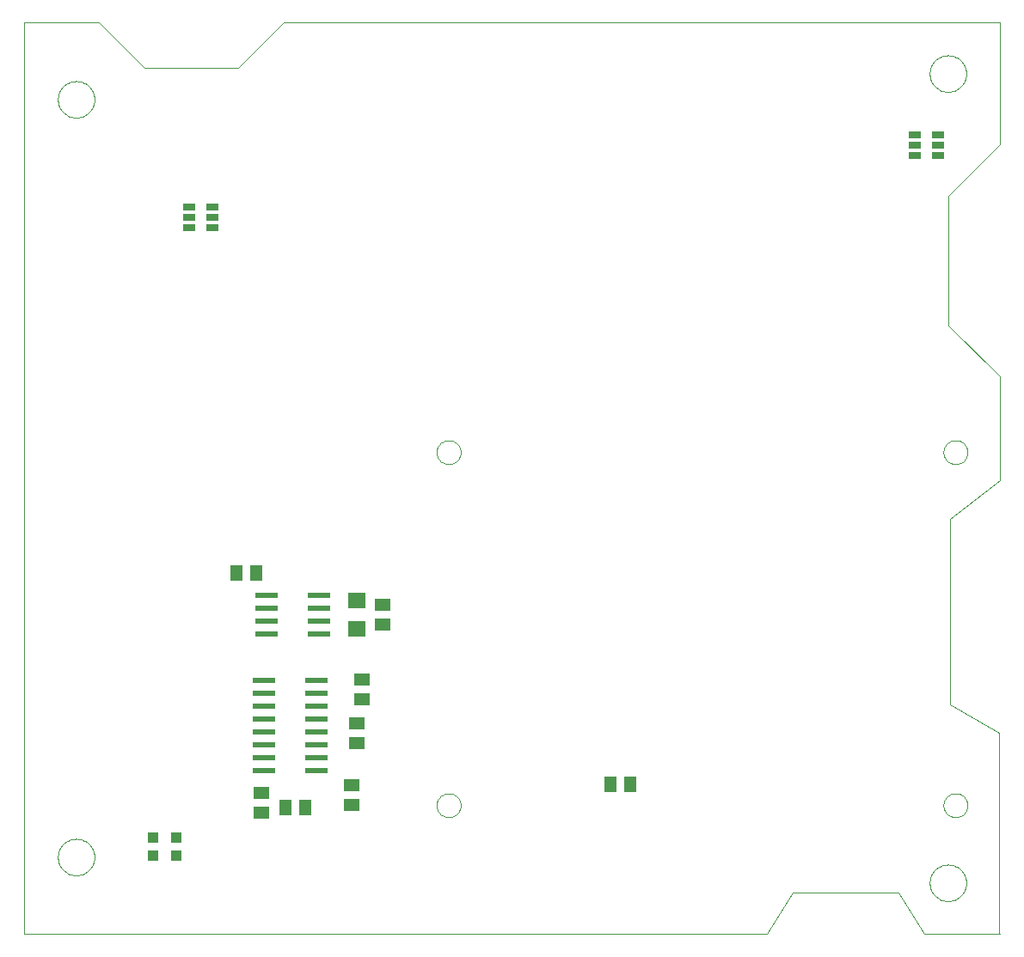
<source format=gtp>
G75*
%MOIN*%
%OFA0B0*%
%FSLAX24Y24*%
%IPPOS*%
%LPD*%
%AMOC8*
5,1,8,0,0,1.08239X$1,22.5*
%
%ADD10C,0.0000*%
%ADD11R,0.0866X0.0236*%
%ADD12R,0.0591X0.0512*%
%ADD13R,0.0512X0.0591*%
%ADD14R,0.0500X0.0250*%
%ADD15R,0.0433X0.0394*%
%ADD16R,0.0709X0.0630*%
D10*
X000115Y000135D02*
X028915Y000135D01*
X029918Y001748D01*
X034009Y001748D01*
X035015Y000135D01*
X037915Y000135D01*
X037915Y007935D01*
X036015Y009035D01*
X036015Y016235D01*
X037925Y017755D01*
X037925Y021775D01*
X035935Y023765D01*
X035935Y028785D01*
X037925Y030775D01*
X037925Y035521D01*
X037926Y035521D02*
X010158Y035521D01*
X008391Y033757D01*
X004761Y033757D01*
X002997Y035521D01*
X000115Y035521D01*
X000115Y035521D01*
X000115Y000135D01*
X001416Y003125D02*
X001418Y003178D01*
X001424Y003231D01*
X001434Y003283D01*
X001447Y003334D01*
X001465Y003384D01*
X001486Y003433D01*
X001511Y003480D01*
X001539Y003524D01*
X001571Y003567D01*
X001605Y003607D01*
X001643Y003645D01*
X001683Y003679D01*
X001726Y003711D01*
X001771Y003739D01*
X001817Y003764D01*
X001866Y003785D01*
X001916Y003803D01*
X001967Y003816D01*
X002019Y003826D01*
X002072Y003832D01*
X002125Y003834D01*
X002178Y003832D01*
X002231Y003826D01*
X002283Y003816D01*
X002334Y003803D01*
X002384Y003785D01*
X002433Y003764D01*
X002480Y003739D01*
X002524Y003711D01*
X002567Y003679D01*
X002607Y003645D01*
X002645Y003607D01*
X002679Y003567D01*
X002711Y003524D01*
X002739Y003479D01*
X002764Y003433D01*
X002785Y003384D01*
X002803Y003334D01*
X002816Y003283D01*
X002826Y003231D01*
X002832Y003178D01*
X002834Y003125D01*
X002832Y003072D01*
X002826Y003019D01*
X002816Y002967D01*
X002803Y002916D01*
X002785Y002866D01*
X002764Y002817D01*
X002739Y002770D01*
X002711Y002726D01*
X002679Y002683D01*
X002645Y002643D01*
X002607Y002605D01*
X002567Y002571D01*
X002524Y002539D01*
X002479Y002511D01*
X002433Y002486D01*
X002384Y002465D01*
X002334Y002447D01*
X002283Y002434D01*
X002231Y002424D01*
X002178Y002418D01*
X002125Y002416D01*
X002072Y002418D01*
X002019Y002424D01*
X001967Y002434D01*
X001916Y002447D01*
X001866Y002465D01*
X001817Y002486D01*
X001770Y002511D01*
X001726Y002539D01*
X001683Y002571D01*
X001643Y002605D01*
X001605Y002643D01*
X001571Y002683D01*
X001539Y002726D01*
X001511Y002771D01*
X001486Y002817D01*
X001465Y002866D01*
X001447Y002916D01*
X001434Y002967D01*
X001424Y003019D01*
X001418Y003072D01*
X001416Y003125D01*
X016100Y005135D02*
X016102Y005178D01*
X016108Y005220D01*
X016118Y005262D01*
X016131Y005303D01*
X016149Y005342D01*
X016170Y005380D01*
X016194Y005415D01*
X016221Y005448D01*
X016252Y005479D01*
X016285Y005506D01*
X016320Y005530D01*
X016358Y005551D01*
X016397Y005569D01*
X016438Y005582D01*
X016480Y005592D01*
X016522Y005598D01*
X016565Y005600D01*
X016608Y005598D01*
X016650Y005592D01*
X016692Y005582D01*
X016733Y005569D01*
X016772Y005551D01*
X016810Y005530D01*
X016845Y005506D01*
X016878Y005479D01*
X016909Y005448D01*
X016936Y005415D01*
X016960Y005380D01*
X016981Y005342D01*
X016999Y005303D01*
X017012Y005262D01*
X017022Y005220D01*
X017028Y005178D01*
X017030Y005135D01*
X017028Y005092D01*
X017022Y005050D01*
X017012Y005008D01*
X016999Y004967D01*
X016981Y004928D01*
X016960Y004890D01*
X016936Y004855D01*
X016909Y004822D01*
X016878Y004791D01*
X016845Y004764D01*
X016810Y004740D01*
X016772Y004719D01*
X016733Y004701D01*
X016692Y004688D01*
X016650Y004678D01*
X016608Y004672D01*
X016565Y004670D01*
X016522Y004672D01*
X016480Y004678D01*
X016438Y004688D01*
X016397Y004701D01*
X016358Y004719D01*
X016320Y004740D01*
X016285Y004764D01*
X016252Y004791D01*
X016221Y004822D01*
X016194Y004855D01*
X016170Y004890D01*
X016149Y004928D01*
X016131Y004967D01*
X016118Y005008D01*
X016108Y005050D01*
X016102Y005092D01*
X016100Y005135D01*
X016100Y018835D02*
X016102Y018878D01*
X016108Y018920D01*
X016118Y018962D01*
X016131Y019003D01*
X016149Y019042D01*
X016170Y019080D01*
X016194Y019115D01*
X016221Y019148D01*
X016252Y019179D01*
X016285Y019206D01*
X016320Y019230D01*
X016358Y019251D01*
X016397Y019269D01*
X016438Y019282D01*
X016480Y019292D01*
X016522Y019298D01*
X016565Y019300D01*
X016608Y019298D01*
X016650Y019292D01*
X016692Y019282D01*
X016733Y019269D01*
X016772Y019251D01*
X016810Y019230D01*
X016845Y019206D01*
X016878Y019179D01*
X016909Y019148D01*
X016936Y019115D01*
X016960Y019080D01*
X016981Y019042D01*
X016999Y019003D01*
X017012Y018962D01*
X017022Y018920D01*
X017028Y018878D01*
X017030Y018835D01*
X017028Y018792D01*
X017022Y018750D01*
X017012Y018708D01*
X016999Y018667D01*
X016981Y018628D01*
X016960Y018590D01*
X016936Y018555D01*
X016909Y018522D01*
X016878Y018491D01*
X016845Y018464D01*
X016810Y018440D01*
X016772Y018419D01*
X016733Y018401D01*
X016692Y018388D01*
X016650Y018378D01*
X016608Y018372D01*
X016565Y018370D01*
X016522Y018372D01*
X016480Y018378D01*
X016438Y018388D01*
X016397Y018401D01*
X016358Y018419D01*
X016320Y018440D01*
X016285Y018464D01*
X016252Y018491D01*
X016221Y018522D01*
X016194Y018555D01*
X016170Y018590D01*
X016149Y018628D01*
X016131Y018667D01*
X016118Y018708D01*
X016108Y018750D01*
X016102Y018792D01*
X016100Y018835D01*
X001416Y032525D02*
X001418Y032578D01*
X001424Y032631D01*
X001434Y032683D01*
X001447Y032734D01*
X001465Y032784D01*
X001486Y032833D01*
X001511Y032880D01*
X001539Y032924D01*
X001571Y032967D01*
X001605Y033007D01*
X001643Y033045D01*
X001683Y033079D01*
X001726Y033111D01*
X001771Y033139D01*
X001817Y033164D01*
X001866Y033185D01*
X001916Y033203D01*
X001967Y033216D01*
X002019Y033226D01*
X002072Y033232D01*
X002125Y033234D01*
X002178Y033232D01*
X002231Y033226D01*
X002283Y033216D01*
X002334Y033203D01*
X002384Y033185D01*
X002433Y033164D01*
X002480Y033139D01*
X002524Y033111D01*
X002567Y033079D01*
X002607Y033045D01*
X002645Y033007D01*
X002679Y032967D01*
X002711Y032924D01*
X002739Y032879D01*
X002764Y032833D01*
X002785Y032784D01*
X002803Y032734D01*
X002816Y032683D01*
X002826Y032631D01*
X002832Y032578D01*
X002834Y032525D01*
X002832Y032472D01*
X002826Y032419D01*
X002816Y032367D01*
X002803Y032316D01*
X002785Y032266D01*
X002764Y032217D01*
X002739Y032170D01*
X002711Y032126D01*
X002679Y032083D01*
X002645Y032043D01*
X002607Y032005D01*
X002567Y031971D01*
X002524Y031939D01*
X002479Y031911D01*
X002433Y031886D01*
X002384Y031865D01*
X002334Y031847D01*
X002283Y031834D01*
X002231Y031824D01*
X002178Y031818D01*
X002125Y031816D01*
X002072Y031818D01*
X002019Y031824D01*
X001967Y031834D01*
X001916Y031847D01*
X001866Y031865D01*
X001817Y031886D01*
X001770Y031911D01*
X001726Y031939D01*
X001683Y031971D01*
X001643Y032005D01*
X001605Y032043D01*
X001571Y032083D01*
X001539Y032126D01*
X001511Y032171D01*
X001486Y032217D01*
X001465Y032266D01*
X001447Y032316D01*
X001434Y032367D01*
X001424Y032419D01*
X001418Y032472D01*
X001416Y032525D01*
X035216Y033525D02*
X035218Y033578D01*
X035224Y033631D01*
X035234Y033683D01*
X035247Y033734D01*
X035265Y033784D01*
X035286Y033833D01*
X035311Y033880D01*
X035339Y033924D01*
X035371Y033967D01*
X035405Y034007D01*
X035443Y034045D01*
X035483Y034079D01*
X035526Y034111D01*
X035571Y034139D01*
X035617Y034164D01*
X035666Y034185D01*
X035716Y034203D01*
X035767Y034216D01*
X035819Y034226D01*
X035872Y034232D01*
X035925Y034234D01*
X035978Y034232D01*
X036031Y034226D01*
X036083Y034216D01*
X036134Y034203D01*
X036184Y034185D01*
X036233Y034164D01*
X036280Y034139D01*
X036324Y034111D01*
X036367Y034079D01*
X036407Y034045D01*
X036445Y034007D01*
X036479Y033967D01*
X036511Y033924D01*
X036539Y033879D01*
X036564Y033833D01*
X036585Y033784D01*
X036603Y033734D01*
X036616Y033683D01*
X036626Y033631D01*
X036632Y033578D01*
X036634Y033525D01*
X036632Y033472D01*
X036626Y033419D01*
X036616Y033367D01*
X036603Y033316D01*
X036585Y033266D01*
X036564Y033217D01*
X036539Y033170D01*
X036511Y033126D01*
X036479Y033083D01*
X036445Y033043D01*
X036407Y033005D01*
X036367Y032971D01*
X036324Y032939D01*
X036279Y032911D01*
X036233Y032886D01*
X036184Y032865D01*
X036134Y032847D01*
X036083Y032834D01*
X036031Y032824D01*
X035978Y032818D01*
X035925Y032816D01*
X035872Y032818D01*
X035819Y032824D01*
X035767Y032834D01*
X035716Y032847D01*
X035666Y032865D01*
X035617Y032886D01*
X035570Y032911D01*
X035526Y032939D01*
X035483Y032971D01*
X035443Y033005D01*
X035405Y033043D01*
X035371Y033083D01*
X035339Y033126D01*
X035311Y033171D01*
X035286Y033217D01*
X035265Y033266D01*
X035247Y033316D01*
X035234Y033367D01*
X035224Y033419D01*
X035218Y033472D01*
X035216Y033525D01*
X035750Y018835D02*
X035752Y018878D01*
X035758Y018920D01*
X035768Y018962D01*
X035781Y019003D01*
X035799Y019042D01*
X035820Y019080D01*
X035844Y019115D01*
X035871Y019148D01*
X035902Y019179D01*
X035935Y019206D01*
X035970Y019230D01*
X036008Y019251D01*
X036047Y019269D01*
X036088Y019282D01*
X036130Y019292D01*
X036172Y019298D01*
X036215Y019300D01*
X036258Y019298D01*
X036300Y019292D01*
X036342Y019282D01*
X036383Y019269D01*
X036422Y019251D01*
X036460Y019230D01*
X036495Y019206D01*
X036528Y019179D01*
X036559Y019148D01*
X036586Y019115D01*
X036610Y019080D01*
X036631Y019042D01*
X036649Y019003D01*
X036662Y018962D01*
X036672Y018920D01*
X036678Y018878D01*
X036680Y018835D01*
X036678Y018792D01*
X036672Y018750D01*
X036662Y018708D01*
X036649Y018667D01*
X036631Y018628D01*
X036610Y018590D01*
X036586Y018555D01*
X036559Y018522D01*
X036528Y018491D01*
X036495Y018464D01*
X036460Y018440D01*
X036422Y018419D01*
X036383Y018401D01*
X036342Y018388D01*
X036300Y018378D01*
X036258Y018372D01*
X036215Y018370D01*
X036172Y018372D01*
X036130Y018378D01*
X036088Y018388D01*
X036047Y018401D01*
X036008Y018419D01*
X035970Y018440D01*
X035935Y018464D01*
X035902Y018491D01*
X035871Y018522D01*
X035844Y018555D01*
X035820Y018590D01*
X035799Y018628D01*
X035781Y018667D01*
X035768Y018708D01*
X035758Y018750D01*
X035752Y018792D01*
X035750Y018835D01*
X035750Y005135D02*
X035752Y005178D01*
X035758Y005220D01*
X035768Y005262D01*
X035781Y005303D01*
X035799Y005342D01*
X035820Y005380D01*
X035844Y005415D01*
X035871Y005448D01*
X035902Y005479D01*
X035935Y005506D01*
X035970Y005530D01*
X036008Y005551D01*
X036047Y005569D01*
X036088Y005582D01*
X036130Y005592D01*
X036172Y005598D01*
X036215Y005600D01*
X036258Y005598D01*
X036300Y005592D01*
X036342Y005582D01*
X036383Y005569D01*
X036422Y005551D01*
X036460Y005530D01*
X036495Y005506D01*
X036528Y005479D01*
X036559Y005448D01*
X036586Y005415D01*
X036610Y005380D01*
X036631Y005342D01*
X036649Y005303D01*
X036662Y005262D01*
X036672Y005220D01*
X036678Y005178D01*
X036680Y005135D01*
X036678Y005092D01*
X036672Y005050D01*
X036662Y005008D01*
X036649Y004967D01*
X036631Y004928D01*
X036610Y004890D01*
X036586Y004855D01*
X036559Y004822D01*
X036528Y004791D01*
X036495Y004764D01*
X036460Y004740D01*
X036422Y004719D01*
X036383Y004701D01*
X036342Y004688D01*
X036300Y004678D01*
X036258Y004672D01*
X036215Y004670D01*
X036172Y004672D01*
X036130Y004678D01*
X036088Y004688D01*
X036047Y004701D01*
X036008Y004719D01*
X035970Y004740D01*
X035935Y004764D01*
X035902Y004791D01*
X035871Y004822D01*
X035844Y004855D01*
X035820Y004890D01*
X035799Y004928D01*
X035781Y004967D01*
X035768Y005008D01*
X035758Y005050D01*
X035752Y005092D01*
X035750Y005135D01*
X035216Y002125D02*
X035218Y002178D01*
X035224Y002231D01*
X035234Y002283D01*
X035247Y002334D01*
X035265Y002384D01*
X035286Y002433D01*
X035311Y002480D01*
X035339Y002524D01*
X035371Y002567D01*
X035405Y002607D01*
X035443Y002645D01*
X035483Y002679D01*
X035526Y002711D01*
X035571Y002739D01*
X035617Y002764D01*
X035666Y002785D01*
X035716Y002803D01*
X035767Y002816D01*
X035819Y002826D01*
X035872Y002832D01*
X035925Y002834D01*
X035978Y002832D01*
X036031Y002826D01*
X036083Y002816D01*
X036134Y002803D01*
X036184Y002785D01*
X036233Y002764D01*
X036280Y002739D01*
X036324Y002711D01*
X036367Y002679D01*
X036407Y002645D01*
X036445Y002607D01*
X036479Y002567D01*
X036511Y002524D01*
X036539Y002479D01*
X036564Y002433D01*
X036585Y002384D01*
X036603Y002334D01*
X036616Y002283D01*
X036626Y002231D01*
X036632Y002178D01*
X036634Y002125D01*
X036632Y002072D01*
X036626Y002019D01*
X036616Y001967D01*
X036603Y001916D01*
X036585Y001866D01*
X036564Y001817D01*
X036539Y001770D01*
X036511Y001726D01*
X036479Y001683D01*
X036445Y001643D01*
X036407Y001605D01*
X036367Y001571D01*
X036324Y001539D01*
X036279Y001511D01*
X036233Y001486D01*
X036184Y001465D01*
X036134Y001447D01*
X036083Y001434D01*
X036031Y001424D01*
X035978Y001418D01*
X035925Y001416D01*
X035872Y001418D01*
X035819Y001424D01*
X035767Y001434D01*
X035716Y001447D01*
X035666Y001465D01*
X035617Y001486D01*
X035570Y001511D01*
X035526Y001539D01*
X035483Y001571D01*
X035443Y001605D01*
X035405Y001643D01*
X035371Y001683D01*
X035339Y001726D01*
X035311Y001771D01*
X035286Y001817D01*
X035265Y001866D01*
X035247Y001916D01*
X035234Y001967D01*
X035224Y002019D01*
X035218Y002072D01*
X035216Y002125D01*
X037915Y000135D02*
X037925Y000135D01*
D11*
X011539Y011785D03*
X011539Y012285D03*
X011539Y012785D03*
X011539Y013285D03*
X009491Y013285D03*
X009491Y012785D03*
X009491Y012285D03*
X009491Y011785D03*
X009391Y009985D03*
X009391Y009485D03*
X009391Y008985D03*
X009391Y008485D03*
X009391Y007985D03*
X009391Y007485D03*
X009391Y006985D03*
X009391Y006485D03*
X011439Y006485D03*
X011439Y006985D03*
X011439Y007485D03*
X011439Y007985D03*
X011439Y008485D03*
X011439Y008985D03*
X011439Y009485D03*
X011439Y009985D03*
D12*
X013015Y008309D03*
X013215Y009261D03*
X013215Y010009D03*
X014015Y012161D03*
X014015Y012909D03*
X013015Y007561D03*
X012815Y005909D03*
X012815Y005161D03*
X009315Y004861D03*
X009315Y005609D03*
D13*
X010241Y005035D03*
X010989Y005035D03*
X009089Y014135D03*
X008341Y014135D03*
X022841Y005935D03*
X023589Y005935D03*
D14*
X007402Y027544D03*
X007402Y027944D03*
X007402Y028344D03*
X006502Y028344D03*
X006502Y027944D03*
X006502Y027544D03*
X034651Y030359D03*
X034651Y030759D03*
X034651Y031159D03*
X035551Y031159D03*
X035551Y030759D03*
X035551Y030359D03*
D15*
X006015Y003870D03*
X006015Y003200D03*
X005115Y003200D03*
X005115Y003870D03*
D16*
X013015Y011984D03*
X013015Y013086D03*
M02*

</source>
